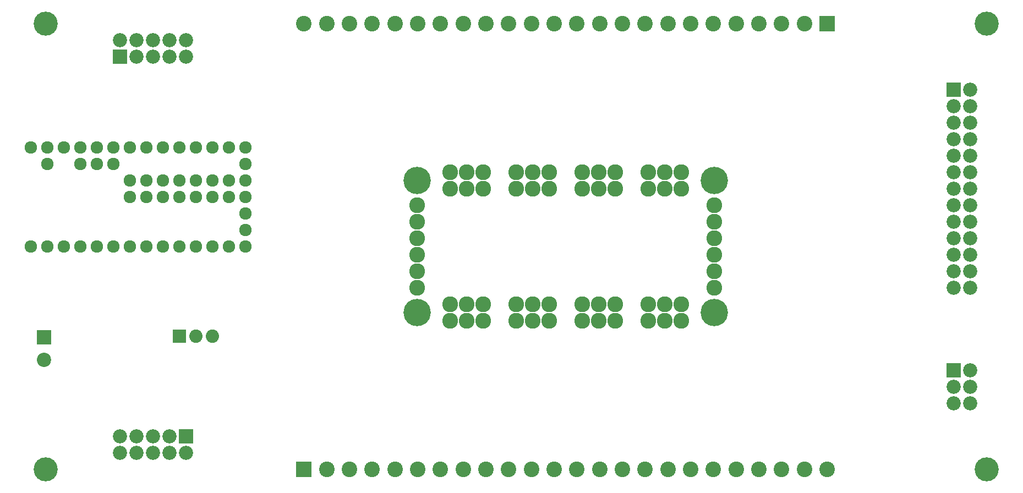
<source format=gbr>
G04 #@! TF.FileFunction,Soldermask,Top*
%FSLAX46Y46*%
G04 Gerber Fmt 4.6, Leading zero omitted, Abs format (unit mm)*
G04 Created by KiCad (PCBNEW 4.0.7-e2-6376~58~ubuntu16.04.1) date Mon Nov 19 16:49:33 2018*
%MOMM*%
%LPD*%
G01*
G04 APERTURE LIST*
%ADD10C,0.100000*%
%ADD11R,2.200000X2.200000*%
%ADD12C,2.200000*%
%ADD13R,2.051000X2.051000*%
%ADD14C,2.051000*%
%ADD15R,2.178000X2.178000*%
%ADD16C,2.178000*%
%ADD17R,2.400000X2.400000*%
%ADD18C,2.400000*%
%ADD19C,1.924000*%
%ADD20C,2.432000*%
%ADD21C,4.210000*%
%ADD22C,3.702000*%
G04 APERTURE END LIST*
D10*
D11*
X54356000Y-102897940D03*
D12*
X54356000Y-106398060D03*
D13*
X75184000Y-102743000D03*
D14*
X77724000Y-102743000D03*
X80264000Y-102743000D03*
D15*
X194310000Y-64770000D03*
D16*
X196850000Y-64770000D03*
X194310000Y-67310000D03*
X196850000Y-67310000D03*
X194310000Y-69850000D03*
X196850000Y-69850000D03*
X194310000Y-72390000D03*
X196850000Y-72390000D03*
X194310000Y-74930000D03*
X196850000Y-74930000D03*
X194310000Y-77470000D03*
X196850000Y-77470000D03*
X194310000Y-80010000D03*
X196850000Y-80010000D03*
X194310000Y-82550000D03*
X196850000Y-82550000D03*
X194310000Y-85090000D03*
X196850000Y-85090000D03*
X194310000Y-87630000D03*
X196850000Y-87630000D03*
X194310000Y-90170000D03*
X196850000Y-90170000D03*
X194310000Y-92710000D03*
X196850000Y-92710000D03*
X194310000Y-95250000D03*
X196850000Y-95250000D03*
D15*
X194310000Y-107950000D03*
D16*
X196850000Y-107950000D03*
X194310000Y-110490000D03*
X196850000Y-110490000D03*
X194310000Y-113030000D03*
X196850000Y-113030000D03*
D15*
X76200000Y-118110000D03*
D16*
X76200000Y-120650000D03*
X73660000Y-118110000D03*
X73660000Y-120650000D03*
X71120000Y-118110000D03*
X71120000Y-120650000D03*
X68580000Y-118110000D03*
X68580000Y-120650000D03*
X66040000Y-118110000D03*
X66040000Y-120650000D03*
D15*
X66040000Y-59690000D03*
D16*
X66040000Y-57150000D03*
X68580000Y-59690000D03*
X68580000Y-57150000D03*
X71120000Y-59690000D03*
X71120000Y-57150000D03*
X73660000Y-59690000D03*
X73660000Y-57150000D03*
X76200000Y-59690000D03*
X76200000Y-57150000D03*
D17*
X94369940Y-123190000D03*
D18*
X97870060Y-123190000D03*
X101370000Y-123190000D03*
X104870000Y-123190000D03*
X108370000Y-123190000D03*
X111870000Y-123190000D03*
X115370000Y-123190000D03*
X118870000Y-123190000D03*
X122370000Y-123190000D03*
X125870000Y-123190000D03*
X129370000Y-123190000D03*
X132870000Y-123190000D03*
X136370000Y-123190000D03*
X139870000Y-123190000D03*
X143370000Y-123190000D03*
X146870000Y-123190000D03*
X150370000Y-123190000D03*
X153870000Y-123190000D03*
X157370000Y-123190000D03*
X160870000Y-123190000D03*
X164370000Y-123190000D03*
X167870000Y-123190000D03*
X171370000Y-123190000D03*
X174870000Y-123190000D03*
D17*
X174870060Y-54610000D03*
D18*
X171369940Y-54610000D03*
X167870000Y-54610000D03*
X164370000Y-54610000D03*
X160870000Y-54610000D03*
X157370000Y-54610000D03*
X153870000Y-54610000D03*
X150370000Y-54610000D03*
X146870000Y-54610000D03*
X143370000Y-54610000D03*
X139870000Y-54610000D03*
X136370000Y-54610000D03*
X132870000Y-54610000D03*
X129370000Y-54610000D03*
X125870000Y-54610000D03*
X122370000Y-54610000D03*
X118870000Y-54610000D03*
X115370000Y-54610000D03*
X111870000Y-54610000D03*
X108370000Y-54610000D03*
X104870000Y-54610000D03*
X101370000Y-54610000D03*
X97870000Y-54610000D03*
X94370000Y-54610000D03*
D19*
X52324000Y-88900000D03*
X54864000Y-88900000D03*
X57404000Y-88900000D03*
X59944000Y-88900000D03*
X62484000Y-88900000D03*
X65024000Y-88900000D03*
X67564000Y-88900000D03*
X70104000Y-88900000D03*
X72644000Y-88900000D03*
X75184000Y-88900000D03*
X77724000Y-88900000D03*
X80264000Y-88900000D03*
X82804000Y-88900000D03*
X85344000Y-88900000D03*
X85344000Y-86360000D03*
X85344000Y-83820000D03*
X85344000Y-81280000D03*
X85344000Y-78740000D03*
X85344000Y-76200000D03*
X85344000Y-73660000D03*
X82804000Y-73660000D03*
X80264000Y-73660000D03*
X77724000Y-73660000D03*
X75184000Y-73660000D03*
X72644000Y-73660000D03*
X70104000Y-73660000D03*
X67564000Y-73660000D03*
X65024000Y-73660000D03*
X62484000Y-73660000D03*
X59944000Y-73660000D03*
X57404000Y-73660000D03*
X54864000Y-73660000D03*
X52324000Y-73660000D03*
X67564000Y-81280000D03*
X70104000Y-81280000D03*
X72644000Y-81280000D03*
X75184000Y-81280000D03*
X77724000Y-81280000D03*
X80264000Y-81280000D03*
X82804000Y-81280000D03*
X82804000Y-78740000D03*
X80264000Y-78740000D03*
X77724000Y-78740000D03*
X75184000Y-78740000D03*
X72644000Y-78740000D03*
X70104000Y-78740000D03*
X67564000Y-78740000D03*
X65024000Y-76200000D03*
X62484000Y-76200000D03*
X59944000Y-76200000D03*
X54864000Y-76200000D03*
D20*
X111760000Y-95250000D03*
X111760000Y-92710000D03*
X111760000Y-90170000D03*
X111760000Y-87630000D03*
X111760000Y-85090000D03*
X111760000Y-82550000D03*
X157480000Y-95250000D03*
X157480000Y-92710000D03*
X157480000Y-90170000D03*
X157480000Y-87630000D03*
X157480000Y-85090000D03*
X157480000Y-82550000D03*
X116840000Y-97790000D03*
X116840000Y-100330000D03*
X119380000Y-97790000D03*
X119380000Y-100330000D03*
X121920000Y-97790000D03*
X121920000Y-100330000D03*
X127000000Y-97790000D03*
X127000000Y-100330000D03*
X129540000Y-97790000D03*
X129540000Y-100330000D03*
X132080000Y-97790000D03*
X132080000Y-100330000D03*
X137160000Y-97790000D03*
X137160000Y-100330000D03*
X139700000Y-97790000D03*
X139700000Y-100330000D03*
X142240000Y-97790000D03*
X142240000Y-100330000D03*
X147320000Y-97790000D03*
X147320000Y-100330000D03*
X149860000Y-97790000D03*
X149860000Y-100330000D03*
X152400000Y-97790000D03*
X152400000Y-100330000D03*
X152400000Y-80010000D03*
X152400000Y-77470000D03*
X149860000Y-80010000D03*
X149860000Y-77470000D03*
X147320000Y-80010000D03*
X147320000Y-77470000D03*
X142240000Y-80010000D03*
X142240000Y-77470000D03*
X139700000Y-80010000D03*
X139700000Y-77470000D03*
X137160000Y-80010000D03*
X137160000Y-77470000D03*
X132080000Y-80010000D03*
X132080000Y-77470000D03*
X129540000Y-80010000D03*
X129540000Y-77470000D03*
X127000000Y-80010000D03*
X127000000Y-77470000D03*
X121920000Y-80010000D03*
X121920000Y-77470000D03*
X119380000Y-80010000D03*
X119380000Y-77470000D03*
X116840000Y-80010000D03*
X116840000Y-77470000D03*
D21*
X111760000Y-99060000D03*
X111760000Y-78740000D03*
X157480000Y-78740000D03*
X157480000Y-99060000D03*
D22*
X54610000Y-54610000D03*
X199390000Y-54610000D03*
X199390000Y-123190000D03*
X54610000Y-123190000D03*
M02*

</source>
